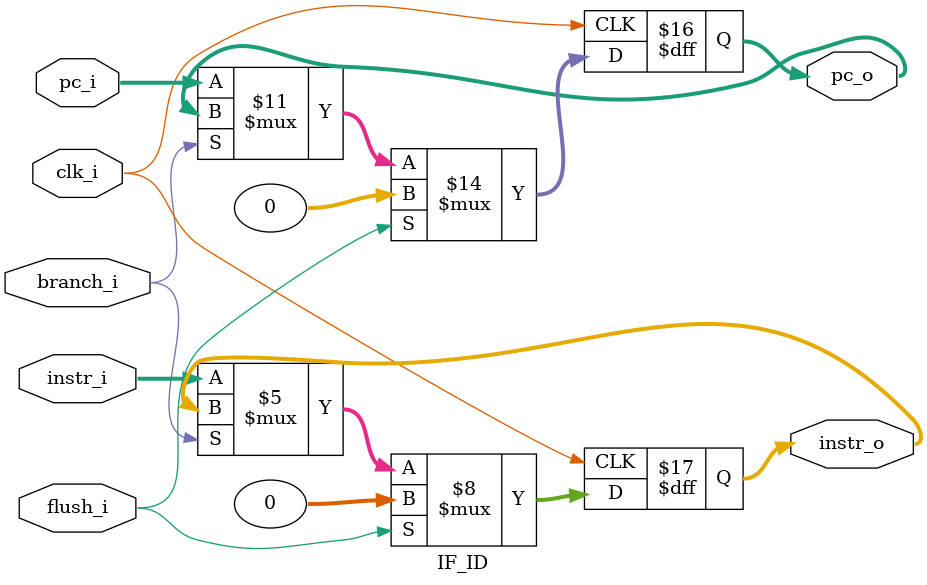
<source format=v>
module IF_ID(
    clk_i      ,
    pc_i       ,
    instr_i    ,
    branch_i   ,
    flush_i    ,
    pc_o 	   ,
    instr_o   
);

input 				clk_i, branch_i, flush_i;
input   [31:0]      pc_i;
input	[31:0] 		instr_i;

output reg  [31:0]      pc_o;
output reg	[31:0] 		instr_o;

always @(posedge clk_i) begin
    if (flush_i == 1'b1) begin
        pc_o <= 32'b0;
        instr_o <= 32'b0;
    end
    else if (branch_i == 1'b1) begin
    	pc_o <= pc_o;
        instr_o <= instr_o;
    end
    else begin
    	pc_o <= pc_i;
        instr_o <= instr_i;
    end
end
endmodule

</source>
